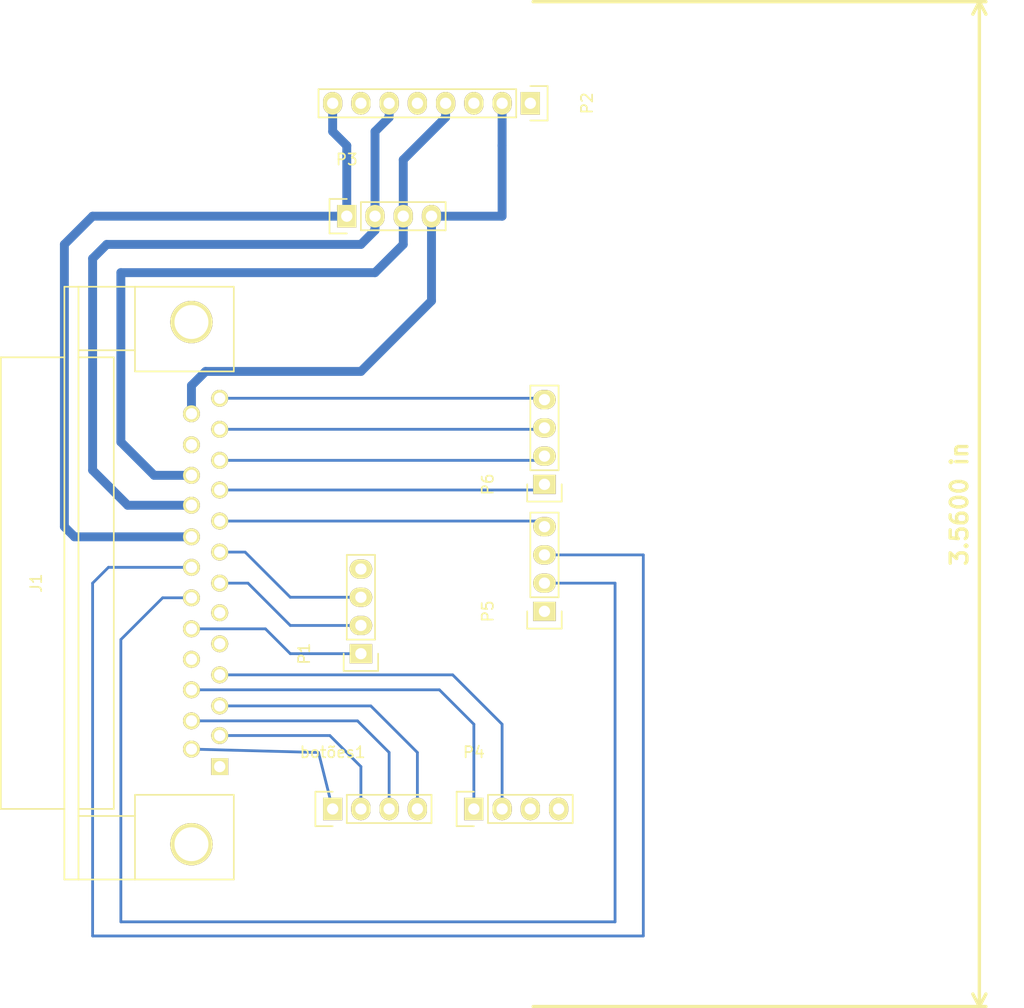
<source format=kicad_pcb>
(kicad_pcb (version 20171130) (host pcbnew 5.0.0-fee4fd1~66~ubuntu16.04.1)

  (general
    (thickness 1.6)
    (drawings 1)
    (tracks 83)
    (zones 0)
    (modules 8)
    (nets 34)
  )

  (page A4)
  (layers
    (0 F.Cu signal)
    (31 B.Cu signal)
    (32 B.Adhes user)
    (33 F.Adhes user)
    (34 B.Paste user)
    (35 F.Paste user)
    (36 B.SilkS user)
    (37 F.SilkS user)
    (38 B.Mask user)
    (39 F.Mask user)
    (40 Dwgs.User user)
    (41 Cmts.User user)
    (42 Eco1.User user)
    (43 Eco2.User user)
    (44 Edge.Cuts user)
    (45 Margin user)
    (46 B.CrtYd user)
    (47 F.CrtYd user)
    (48 B.Fab user)
    (49 F.Fab user)
  )

  (setup
    (last_trace_width 0.25)
    (user_trace_width 0.4)
    (user_trace_width 0.5)
    (user_trace_width 0.8)
    (trace_clearance 0.2)
    (zone_clearance 0.508)
    (zone_45_only no)
    (trace_min 0.2)
    (segment_width 0.2)
    (edge_width 0.15)
    (via_size 0.6)
    (via_drill 0.4)
    (via_min_size 0.4)
    (via_min_drill 0.3)
    (uvia_size 0.3)
    (uvia_drill 0.1)
    (uvias_allowed no)
    (uvia_min_size 0.2)
    (uvia_min_drill 0.1)
    (pcb_text_width 0.3)
    (pcb_text_size 1.5 1.5)
    (mod_edge_width 0.15)
    (mod_text_size 1 1)
    (mod_text_width 0.15)
    (pad_size 1.524 1.524)
    (pad_drill 0.762)
    (pad_to_mask_clearance 0.2)
    (aux_axis_origin 0 0)
    (visible_elements FFFFFF7F)
    (pcbplotparams
      (layerselection 0x00030_80000001)
      (usegerberextensions false)
      (usegerberattributes false)
      (usegerberadvancedattributes false)
      (creategerberjobfile false)
      (excludeedgelayer true)
      (linewidth 0.100000)
      (plotframeref false)
      (viasonmask false)
      (mode 1)
      (useauxorigin false)
      (hpglpennumber 1)
      (hpglpenspeed 20)
      (hpglpendiameter 15.000000)
      (psnegative false)
      (psa4output false)
      (plotreference true)
      (plotvalue true)
      (plotinvisibletext false)
      (padsonsilk false)
      (subtractmaskfromsilk false)
      (outputformat 1)
      (mirror false)
      (drillshape 1)
      (scaleselection 1)
      (outputdirectory ""))
  )

  (net 0 "")
  (net 1 "Net-(J1-Pad14)")
  (net 2 "Net-(J1-Pad2)")
  (net 3 "Net-(J1-Pad15)")
  (net 4 "Net-(J1-Pad3)")
  (net 5 "Net-(J1-Pad1)")
  (net 6 "Net-(J1-Pad4)")
  (net 7 "Net-(J1-Pad5)")
  (net 8 "Net-(J1-Pad6)")
  (net 9 "Net-(J1-Pad7)")
  (net 10 "Net-(J1-Pad8)")
  (net 11 "Net-(J1-Pad9)")
  (net 12 "Net-(J1-Pad10)")
  (net 13 "Net-(J1-Pad11)")
  (net 14 "Net-(J1-Pad12)")
  (net 15 "Net-(J1-Pad13)")
  (net 16 "Net-(J1-Pad16)")
  (net 17 "Net-(J1-Pad17)")
  (net 18 "Net-(J1-Pad18)")
  (net 19 "Net-(J1-Pad19)")
  (net 20 "Net-(J1-Pad20)")
  (net 21 "Net-(J1-Pad21)")
  (net 22 "Net-(J1-Pad22)")
  (net 23 "Net-(J1-Pad23)")
  (net 24 "Net-(J1-Pad24)")
  (net 25 "Net-(J1-Pad25)")
  (net 26 "Net-(P1-Pad4)")
  (net 27 "Net-(P2-Pad1)")
  (net 28 "Net-(P2-Pad3)")
  (net 29 "Net-(P2-Pad5)")
  (net 30 "Net-(P2-Pad7)")
  (net 31 "Net-(P4-Pad3)")
  (net 32 "Net-(P4-Pad4)")
  (net 33 "Net-(P5-Pad1)")

  (net_class Default "This is the default net class."
    (clearance 0.2)
    (trace_width 0.25)
    (via_dia 0.6)
    (via_drill 0.4)
    (uvia_dia 0.3)
    (uvia_drill 0.1)
    (add_net "Net-(J1-Pad1)")
    (add_net "Net-(J1-Pad10)")
    (add_net "Net-(J1-Pad11)")
    (add_net "Net-(J1-Pad12)")
    (add_net "Net-(J1-Pad13)")
    (add_net "Net-(J1-Pad14)")
    (add_net "Net-(J1-Pad15)")
    (add_net "Net-(J1-Pad16)")
    (add_net "Net-(J1-Pad17)")
    (add_net "Net-(J1-Pad18)")
    (add_net "Net-(J1-Pad19)")
    (add_net "Net-(J1-Pad2)")
    (add_net "Net-(J1-Pad20)")
    (add_net "Net-(J1-Pad21)")
    (add_net "Net-(J1-Pad22)")
    (add_net "Net-(J1-Pad23)")
    (add_net "Net-(J1-Pad24)")
    (add_net "Net-(J1-Pad25)")
    (add_net "Net-(J1-Pad3)")
    (add_net "Net-(J1-Pad4)")
    (add_net "Net-(J1-Pad5)")
    (add_net "Net-(J1-Pad6)")
    (add_net "Net-(J1-Pad7)")
    (add_net "Net-(J1-Pad8)")
    (add_net "Net-(J1-Pad9)")
    (add_net "Net-(P1-Pad4)")
    (add_net "Net-(P2-Pad1)")
    (add_net "Net-(P2-Pad3)")
    (add_net "Net-(P2-Pad5)")
    (add_net "Net-(P2-Pad7)")
    (add_net "Net-(P4-Pad3)")
    (add_net "Net-(P4-Pad4)")
    (add_net "Net-(P5-Pad1)")
  )

  (module Connect:DB25FC (layer F.Cu) (tedit 0) (tstamp 5A0E1885)
    (at 107.95 97.79 90)
    (descr "Connecteur DB25 femelle couche")
    (tags "CONN DB25")
    (path /59CF9F73)
    (fp_text reference J1 (at 0 -15.24 90) (layer F.SilkS)
      (effects (font (size 1 1) (thickness 0.15)))
    )
    (fp_text value DB25 (at 0 -6.35 90) (layer F.Fab)
      (effects (font (size 1 1) (thickness 0.15)))
    )
    (fp_line (start 26.67 -11.43) (end 26.67 2.54) (layer F.SilkS) (width 0.15))
    (fp_line (start 19.05 -6.35) (end 19.05 2.54) (layer F.SilkS) (width 0.15))
    (fp_line (start 20.955 -11.43) (end 20.955 -6.35) (layer F.SilkS) (width 0.15))
    (fp_line (start -20.955 -11.43) (end -20.955 -6.35) (layer F.SilkS) (width 0.15))
    (fp_line (start -19.05 -6.35) (end -19.05 2.54) (layer F.SilkS) (width 0.15))
    (fp_line (start -26.67 2.54) (end -26.67 -11.43) (layer F.SilkS) (width 0.15))
    (fp_line (start 26.67 -6.35) (end 19.05 -6.35) (layer F.SilkS) (width 0.15))
    (fp_line (start -26.67 -6.35) (end -19.05 -6.35) (layer F.SilkS) (width 0.15))
    (fp_line (start 20.32 -8.255) (end 20.32 -11.43) (layer F.SilkS) (width 0.15))
    (fp_line (start -20.32 -8.255) (end -20.32 -11.43) (layer F.SilkS) (width 0.15))
    (fp_line (start 20.32 -18.415) (end 20.32 -12.7) (layer F.SilkS) (width 0.15))
    (fp_line (start -20.32 -18.415) (end -20.32 -12.7) (layer F.SilkS) (width 0.15))
    (fp_line (start 26.67 -11.43) (end 26.67 -12.7) (layer F.SilkS) (width 0.15))
    (fp_line (start 26.67 -12.7) (end -26.67 -12.7) (layer F.SilkS) (width 0.15))
    (fp_line (start -26.67 -12.7) (end -26.67 -11.43) (layer F.SilkS) (width 0.15))
    (fp_line (start -26.67 -11.43) (end 26.67 -11.43) (layer F.SilkS) (width 0.15))
    (fp_line (start 19.05 2.54) (end 26.67 2.54) (layer F.SilkS) (width 0.15))
    (fp_line (start -20.32 -8.255) (end 20.32 -8.255) (layer F.SilkS) (width 0.15))
    (fp_line (start -20.32 -18.415) (end 20.32 -18.415) (layer F.SilkS) (width 0.15))
    (fp_line (start -26.67 2.54) (end -19.05 2.54) (layer F.SilkS) (width 0.15))
    (pad "" thru_hole circle (at 23.495 -1.27 90) (size 3.81 3.81) (drill 3.048) (layers *.Cu *.Mask F.SilkS))
    (pad "" thru_hole circle (at -23.495 -1.27 90) (size 3.81 3.81) (drill 3.048) (layers *.Cu *.Mask F.SilkS))
    (pad 1 thru_hole rect (at -16.51 1.27 90) (size 1.524 1.524) (drill 1.016) (layers *.Cu *.Mask F.SilkS)
      (net 5 "Net-(J1-Pad1)"))
    (pad 2 thru_hole circle (at -13.716 1.27 90) (size 1.524 1.524) (drill 1.016) (layers *.Cu *.Mask F.SilkS)
      (net 2 "Net-(J1-Pad2)"))
    (pad 3 thru_hole circle (at -11.049 1.27 90) (size 1.524 1.524) (drill 1.016) (layers *.Cu *.Mask F.SilkS)
      (net 4 "Net-(J1-Pad3)"))
    (pad 4 thru_hole circle (at -8.255 1.27 90) (size 1.524 1.524) (drill 1.016) (layers *.Cu *.Mask F.SilkS)
      (net 6 "Net-(J1-Pad4)"))
    (pad 5 thru_hole circle (at -5.461 1.27 90) (size 1.524 1.524) (drill 1.016) (layers *.Cu *.Mask F.SilkS)
      (net 7 "Net-(J1-Pad5)"))
    (pad 6 thru_hole circle (at -2.667 1.27 90) (size 1.524 1.524) (drill 1.016) (layers *.Cu *.Mask F.SilkS)
      (net 8 "Net-(J1-Pad6)"))
    (pad 7 thru_hole circle (at 0 1.27 90) (size 1.524 1.524) (drill 1.016) (layers *.Cu *.Mask F.SilkS)
      (net 9 "Net-(J1-Pad7)"))
    (pad 8 thru_hole circle (at 2.794 1.27 90) (size 1.524 1.524) (drill 1.016) (layers *.Cu *.Mask F.SilkS)
      (net 10 "Net-(J1-Pad8)"))
    (pad 9 thru_hole circle (at 5.588 1.27 90) (size 1.524 1.524) (drill 1.016) (layers *.Cu *.Mask F.SilkS)
      (net 11 "Net-(J1-Pad9)"))
    (pad 10 thru_hole circle (at 8.382 1.27 90) (size 1.524 1.524) (drill 1.016) (layers *.Cu *.Mask F.SilkS)
      (net 12 "Net-(J1-Pad10)"))
    (pad 11 thru_hole circle (at 11.049 1.27 90) (size 1.524 1.524) (drill 1.016) (layers *.Cu *.Mask F.SilkS)
      (net 13 "Net-(J1-Pad11)"))
    (pad 12 thru_hole circle (at 13.843 1.27 90) (size 1.524 1.524) (drill 1.016) (layers *.Cu *.Mask F.SilkS)
      (net 14 "Net-(J1-Pad12)"))
    (pad 13 thru_hole circle (at 16.637 1.27 90) (size 1.524 1.524) (drill 1.016) (layers *.Cu *.Mask F.SilkS)
      (net 15 "Net-(J1-Pad13)"))
    (pad 14 thru_hole circle (at -14.9352 -1.27 90) (size 1.524 1.524) (drill 1.016) (layers *.Cu *.Mask F.SilkS)
      (net 1 "Net-(J1-Pad14)"))
    (pad 15 thru_hole circle (at -12.3952 -1.27 90) (size 1.524 1.524) (drill 1.016) (layers *.Cu *.Mask F.SilkS)
      (net 3 "Net-(J1-Pad15)"))
    (pad 16 thru_hole circle (at -9.6012 -1.27 90) (size 1.524 1.524) (drill 1.016) (layers *.Cu *.Mask F.SilkS)
      (net 16 "Net-(J1-Pad16)"))
    (pad 17 thru_hole circle (at -6.858 -1.27 90) (size 1.524 1.524) (drill 1.016) (layers *.Cu *.Mask F.SilkS)
      (net 17 "Net-(J1-Pad17)"))
    (pad 18 thru_hole circle (at -4.1148 -1.27 90) (size 1.524 1.524) (drill 1.016) (layers *.Cu *.Mask F.SilkS)
      (net 18 "Net-(J1-Pad18)"))
    (pad 19 thru_hole circle (at -1.3208 -1.27 90) (size 1.524 1.524) (drill 1.016) (layers *.Cu *.Mask F.SilkS)
      (net 19 "Net-(J1-Pad19)"))
    (pad 20 thru_hole circle (at 1.4224 -1.27 90) (size 1.524 1.524) (drill 1.016) (layers *.Cu *.Mask F.SilkS)
      (net 20 "Net-(J1-Pad20)"))
    (pad 21 thru_hole circle (at 4.1656 -1.27 90) (size 1.524 1.524) (drill 1.016) (layers *.Cu *.Mask F.SilkS)
      (net 21 "Net-(J1-Pad21)"))
    (pad 22 thru_hole circle (at 7.0104 -1.27 90) (size 1.524 1.524) (drill 1.016) (layers *.Cu *.Mask F.SilkS)
      (net 22 "Net-(J1-Pad22)"))
    (pad 23 thru_hole circle (at 9.7028 -1.27 90) (size 1.524 1.524) (drill 1.016) (layers *.Cu *.Mask F.SilkS)
      (net 23 "Net-(J1-Pad23)"))
    (pad 24 thru_hole circle (at 12.446 -1.27 90) (size 1.524 1.524) (drill 1.016) (layers *.Cu *.Mask F.SilkS)
      (net 24 "Net-(J1-Pad24)"))
    (pad 25 thru_hole circle (at 15.24 -1.27 90) (size 1.524 1.524) (drill 1.016) (layers *.Cu *.Mask F.SilkS)
      (net 25 "Net-(J1-Pad25)"))
    (model Connect.3dshapes/DB25FC.wrl
      (at (xyz 0 0 0))
      (scale (xyz 1 1 1))
      (rotate (xyz 0 0 0))
    )
  )

  (module Socket_Strips:Socket_Strip_Straight_1x04 (layer F.Cu) (tedit 0) (tstamp 5A0E1852)
    (at 119.38 118.11)
    (descr "Through hole socket strip")
    (tags "socket strip")
    (path /5A0E1311)
    (fp_text reference botões1 (at 0 -5.1) (layer F.SilkS)
      (effects (font (size 1 1) (thickness 0.15)))
    )
    (fp_text value CONN_01X04 (at 0 -3.1) (layer F.Fab)
      (effects (font (size 1 1) (thickness 0.15)))
    )
    (fp_line (start -1.75 -1.75) (end -1.75 1.75) (layer F.CrtYd) (width 0.05))
    (fp_line (start 9.4 -1.75) (end 9.4 1.75) (layer F.CrtYd) (width 0.05))
    (fp_line (start -1.75 -1.75) (end 9.4 -1.75) (layer F.CrtYd) (width 0.05))
    (fp_line (start -1.75 1.75) (end 9.4 1.75) (layer F.CrtYd) (width 0.05))
    (fp_line (start 1.27 -1.27) (end 8.89 -1.27) (layer F.SilkS) (width 0.15))
    (fp_line (start 1.27 1.27) (end 8.89 1.27) (layer F.SilkS) (width 0.15))
    (fp_line (start -1.55 1.55) (end 0 1.55) (layer F.SilkS) (width 0.15))
    (fp_line (start 8.89 -1.27) (end 8.89 1.27) (layer F.SilkS) (width 0.15))
    (fp_line (start 1.27 1.27) (end 1.27 -1.27) (layer F.SilkS) (width 0.15))
    (fp_line (start 0 -1.55) (end -1.55 -1.55) (layer F.SilkS) (width 0.15))
    (fp_line (start -1.55 -1.55) (end -1.55 1.55) (layer F.SilkS) (width 0.15))
    (pad 1 thru_hole rect (at 0 0) (size 1.7272 2.032) (drill 1.016) (layers *.Cu *.Mask F.SilkS)
      (net 1 "Net-(J1-Pad14)"))
    (pad 2 thru_hole oval (at 2.54 0) (size 1.7272 2.032) (drill 1.016) (layers *.Cu *.Mask F.SilkS)
      (net 2 "Net-(J1-Pad2)"))
    (pad 3 thru_hole oval (at 5.08 0) (size 1.7272 2.032) (drill 1.016) (layers *.Cu *.Mask F.SilkS)
      (net 3 "Net-(J1-Pad15)"))
    (pad 4 thru_hole oval (at 7.62 0) (size 1.7272 2.032) (drill 1.016) (layers *.Cu *.Mask F.SilkS)
      (net 4 "Net-(J1-Pad3)"))
    (model Socket_Strips.3dshapes/Socket_Strip_Straight_1x04.wrl
      (offset (xyz 3.809999942779541 0 0))
      (scale (xyz 1 1 1))
      (rotate (xyz 0 0 180))
    )
  )

  (module Socket_Strips:Socket_Strip_Straight_1x04 (layer F.Cu) (tedit 0) (tstamp 5A0E1898)
    (at 121.92 104.14 90)
    (descr "Through hole socket strip")
    (tags "socket strip")
    (path /5A0E158A)
    (fp_text reference P1 (at 0 -5.1 90) (layer F.SilkS)
      (effects (font (size 1 1) (thickness 0.15)))
    )
    (fp_text value CONN_01X04 (at 0 -3.1 90) (layer F.Fab)
      (effects (font (size 1 1) (thickness 0.15)))
    )
    (fp_line (start -1.75 -1.75) (end -1.75 1.75) (layer F.CrtYd) (width 0.05))
    (fp_line (start 9.4 -1.75) (end 9.4 1.75) (layer F.CrtYd) (width 0.05))
    (fp_line (start -1.75 -1.75) (end 9.4 -1.75) (layer F.CrtYd) (width 0.05))
    (fp_line (start -1.75 1.75) (end 9.4 1.75) (layer F.CrtYd) (width 0.05))
    (fp_line (start 1.27 -1.27) (end 8.89 -1.27) (layer F.SilkS) (width 0.15))
    (fp_line (start 1.27 1.27) (end 8.89 1.27) (layer F.SilkS) (width 0.15))
    (fp_line (start -1.55 1.55) (end 0 1.55) (layer F.SilkS) (width 0.15))
    (fp_line (start 8.89 -1.27) (end 8.89 1.27) (layer F.SilkS) (width 0.15))
    (fp_line (start 1.27 1.27) (end 1.27 -1.27) (layer F.SilkS) (width 0.15))
    (fp_line (start 0 -1.55) (end -1.55 -1.55) (layer F.SilkS) (width 0.15))
    (fp_line (start -1.55 -1.55) (end -1.55 1.55) (layer F.SilkS) (width 0.15))
    (pad 1 thru_hole rect (at 0 0 90) (size 1.7272 2.032) (drill 1.016) (layers *.Cu *.Mask F.SilkS)
      (net 18 "Net-(J1-Pad18)"))
    (pad 2 thru_hole oval (at 2.54 0 90) (size 1.7272 2.032) (drill 1.016) (layers *.Cu *.Mask F.SilkS)
      (net 9 "Net-(J1-Pad7)"))
    (pad 3 thru_hole oval (at 5.08 0 90) (size 1.7272 2.032) (drill 1.016) (layers *.Cu *.Mask F.SilkS)
      (net 10 "Net-(J1-Pad8)"))
    (pad 4 thru_hole oval (at 7.62 0 90) (size 1.7272 2.032) (drill 1.016) (layers *.Cu *.Mask F.SilkS)
      (net 26 "Net-(P1-Pad4)"))
    (model Socket_Strips.3dshapes/Socket_Strip_Straight_1x04.wrl
      (offset (xyz 3.809999942779541 0 0))
      (scale (xyz 1 1 1))
      (rotate (xyz 0 0 180))
    )
  )

  (module Pin_Headers:Pin_Header_Straight_1x08 (layer F.Cu) (tedit 0) (tstamp 5A0E18AF)
    (at 137.16 54.61 270)
    (descr "Through hole pin header")
    (tags "pin header")
    (path /5A0E16AD)
    (fp_text reference P2 (at 0 -5.1 270) (layer F.SilkS)
      (effects (font (size 1 1) (thickness 0.15)))
    )
    (fp_text value CONN_01X08 (at 0 -3.1 270) (layer F.Fab)
      (effects (font (size 1 1) (thickness 0.15)))
    )
    (fp_line (start -1.75 -1.75) (end -1.75 19.55) (layer F.CrtYd) (width 0.05))
    (fp_line (start 1.75 -1.75) (end 1.75 19.55) (layer F.CrtYd) (width 0.05))
    (fp_line (start -1.75 -1.75) (end 1.75 -1.75) (layer F.CrtYd) (width 0.05))
    (fp_line (start -1.75 19.55) (end 1.75 19.55) (layer F.CrtYd) (width 0.05))
    (fp_line (start 1.27 1.27) (end 1.27 19.05) (layer F.SilkS) (width 0.15))
    (fp_line (start 1.27 19.05) (end -1.27 19.05) (layer F.SilkS) (width 0.15))
    (fp_line (start -1.27 19.05) (end -1.27 1.27) (layer F.SilkS) (width 0.15))
    (fp_line (start 1.55 -1.55) (end 1.55 0) (layer F.SilkS) (width 0.15))
    (fp_line (start 1.27 1.27) (end -1.27 1.27) (layer F.SilkS) (width 0.15))
    (fp_line (start -1.55 0) (end -1.55 -1.55) (layer F.SilkS) (width 0.15))
    (fp_line (start -1.55 -1.55) (end 1.55 -1.55) (layer F.SilkS) (width 0.15))
    (pad 1 thru_hole rect (at 0 0 270) (size 2.032 1.7272) (drill 1.016) (layers *.Cu *.Mask F.SilkS)
      (net 27 "Net-(P2-Pad1)"))
    (pad 2 thru_hole oval (at 0 2.54 270) (size 2.032 1.7272) (drill 1.016) (layers *.Cu *.Mask F.SilkS)
      (net 25 "Net-(J1-Pad25)"))
    (pad 3 thru_hole oval (at 0 5.08 270) (size 2.032 1.7272) (drill 1.016) (layers *.Cu *.Mask F.SilkS)
      (net 28 "Net-(P2-Pad3)"))
    (pad 4 thru_hole oval (at 0 7.62 270) (size 2.032 1.7272) (drill 1.016) (layers *.Cu *.Mask F.SilkS)
      (net 23 "Net-(J1-Pad23)"))
    (pad 5 thru_hole oval (at 0 10.16 270) (size 2.032 1.7272) (drill 1.016) (layers *.Cu *.Mask F.SilkS)
      (net 29 "Net-(P2-Pad5)"))
    (pad 6 thru_hole oval (at 0 12.7 270) (size 2.032 1.7272) (drill 1.016) (layers *.Cu *.Mask F.SilkS)
      (net 22 "Net-(J1-Pad22)"))
    (pad 7 thru_hole oval (at 0 15.24 270) (size 2.032 1.7272) (drill 1.016) (layers *.Cu *.Mask F.SilkS)
      (net 30 "Net-(P2-Pad7)"))
    (pad 8 thru_hole oval (at 0 17.78 270) (size 2.032 1.7272) (drill 1.016) (layers *.Cu *.Mask F.SilkS)
      (net 21 "Net-(J1-Pad21)"))
    (model Pin_Headers.3dshapes/Pin_Header_Straight_1x08.wrl
      (offset (xyz 0 -8.889999866485596 0))
      (scale (xyz 1 1 1))
      (rotate (xyz 0 0 90))
    )
  )

  (module Socket_Strips:Socket_Strip_Straight_1x04 (layer F.Cu) (tedit 0) (tstamp 5A0E18C2)
    (at 120.65 64.77)
    (descr "Through hole socket strip")
    (tags "socket strip")
    (path /5A0E1688)
    (fp_text reference P3 (at 0 -5.1) (layer F.SilkS)
      (effects (font (size 1 1) (thickness 0.15)))
    )
    (fp_text value CONN_01X04 (at 0 -3.1) (layer F.Fab)
      (effects (font (size 1 1) (thickness 0.15)))
    )
    (fp_line (start -1.75 -1.75) (end -1.75 1.75) (layer F.CrtYd) (width 0.05))
    (fp_line (start 9.4 -1.75) (end 9.4 1.75) (layer F.CrtYd) (width 0.05))
    (fp_line (start -1.75 -1.75) (end 9.4 -1.75) (layer F.CrtYd) (width 0.05))
    (fp_line (start -1.75 1.75) (end 9.4 1.75) (layer F.CrtYd) (width 0.05))
    (fp_line (start 1.27 -1.27) (end 8.89 -1.27) (layer F.SilkS) (width 0.15))
    (fp_line (start 1.27 1.27) (end 8.89 1.27) (layer F.SilkS) (width 0.15))
    (fp_line (start -1.55 1.55) (end 0 1.55) (layer F.SilkS) (width 0.15))
    (fp_line (start 8.89 -1.27) (end 8.89 1.27) (layer F.SilkS) (width 0.15))
    (fp_line (start 1.27 1.27) (end 1.27 -1.27) (layer F.SilkS) (width 0.15))
    (fp_line (start 0 -1.55) (end -1.55 -1.55) (layer F.SilkS) (width 0.15))
    (fp_line (start -1.55 -1.55) (end -1.55 1.55) (layer F.SilkS) (width 0.15))
    (pad 1 thru_hole rect (at 0 0) (size 1.7272 2.032) (drill 1.016) (layers *.Cu *.Mask F.SilkS)
      (net 21 "Net-(J1-Pad21)"))
    (pad 2 thru_hole oval (at 2.54 0) (size 1.7272 2.032) (drill 1.016) (layers *.Cu *.Mask F.SilkS)
      (net 22 "Net-(J1-Pad22)"))
    (pad 3 thru_hole oval (at 5.08 0) (size 1.7272 2.032) (drill 1.016) (layers *.Cu *.Mask F.SilkS)
      (net 23 "Net-(J1-Pad23)"))
    (pad 4 thru_hole oval (at 7.62 0) (size 1.7272 2.032) (drill 1.016) (layers *.Cu *.Mask F.SilkS)
      (net 25 "Net-(J1-Pad25)"))
    (model Socket_Strips.3dshapes/Socket_Strip_Straight_1x04.wrl
      (offset (xyz 3.809999942779541 0 0))
      (scale (xyz 1 1 1))
      (rotate (xyz 0 0 180))
    )
  )

  (module Socket_Strips:Socket_Strip_Straight_1x04 (layer F.Cu) (tedit 0) (tstamp 5A0E18D5)
    (at 132.08 118.11)
    (descr "Through hole socket strip")
    (tags "socket strip")
    (path /5A0E15A9)
    (fp_text reference P4 (at 0 -5.1) (layer F.SilkS)
      (effects (font (size 1 1) (thickness 0.15)))
    )
    (fp_text value CONN_01X04 (at 0 -3.1) (layer F.Fab)
      (effects (font (size 1 1) (thickness 0.15)))
    )
    (fp_line (start -1.75 -1.75) (end -1.75 1.75) (layer F.CrtYd) (width 0.05))
    (fp_line (start 9.4 -1.75) (end 9.4 1.75) (layer F.CrtYd) (width 0.05))
    (fp_line (start -1.75 -1.75) (end 9.4 -1.75) (layer F.CrtYd) (width 0.05))
    (fp_line (start -1.75 1.75) (end 9.4 1.75) (layer F.CrtYd) (width 0.05))
    (fp_line (start 1.27 -1.27) (end 8.89 -1.27) (layer F.SilkS) (width 0.15))
    (fp_line (start 1.27 1.27) (end 8.89 1.27) (layer F.SilkS) (width 0.15))
    (fp_line (start -1.55 1.55) (end 0 1.55) (layer F.SilkS) (width 0.15))
    (fp_line (start 8.89 -1.27) (end 8.89 1.27) (layer F.SilkS) (width 0.15))
    (fp_line (start 1.27 1.27) (end 1.27 -1.27) (layer F.SilkS) (width 0.15))
    (fp_line (start 0 -1.55) (end -1.55 -1.55) (layer F.SilkS) (width 0.15))
    (fp_line (start -1.55 -1.55) (end -1.55 1.55) (layer F.SilkS) (width 0.15))
    (pad 1 thru_hole rect (at 0 0) (size 1.7272 2.032) (drill 1.016) (layers *.Cu *.Mask F.SilkS)
      (net 16 "Net-(J1-Pad16)"))
    (pad 2 thru_hole oval (at 2.54 0) (size 1.7272 2.032) (drill 1.016) (layers *.Cu *.Mask F.SilkS)
      (net 6 "Net-(J1-Pad4)"))
    (pad 3 thru_hole oval (at 5.08 0) (size 1.7272 2.032) (drill 1.016) (layers *.Cu *.Mask F.SilkS)
      (net 31 "Net-(P4-Pad3)"))
    (pad 4 thru_hole oval (at 7.62 0) (size 1.7272 2.032) (drill 1.016) (layers *.Cu *.Mask F.SilkS)
      (net 32 "Net-(P4-Pad4)"))
    (model Socket_Strips.3dshapes/Socket_Strip_Straight_1x04.wrl
      (offset (xyz 3.809999942779541 0 0))
      (scale (xyz 1 1 1))
      (rotate (xyz 0 0 180))
    )
  )

  (module Socket_Strips:Socket_Strip_Straight_1x04 (layer F.Cu) (tedit 0) (tstamp 5A0E18E8)
    (at 138.43 100.33 90)
    (descr "Through hole socket strip")
    (tags "socket strip")
    (path /5A0E15D4)
    (fp_text reference P5 (at 0 -5.1 90) (layer F.SilkS)
      (effects (font (size 1 1) (thickness 0.15)))
    )
    (fp_text value CONN_01X04 (at 0 -3.1 90) (layer F.Fab)
      (effects (font (size 1 1) (thickness 0.15)))
    )
    (fp_line (start -1.75 -1.75) (end -1.75 1.75) (layer F.CrtYd) (width 0.05))
    (fp_line (start 9.4 -1.75) (end 9.4 1.75) (layer F.CrtYd) (width 0.05))
    (fp_line (start -1.75 -1.75) (end 9.4 -1.75) (layer F.CrtYd) (width 0.05))
    (fp_line (start -1.75 1.75) (end 9.4 1.75) (layer F.CrtYd) (width 0.05))
    (fp_line (start 1.27 -1.27) (end 8.89 -1.27) (layer F.SilkS) (width 0.15))
    (fp_line (start 1.27 1.27) (end 8.89 1.27) (layer F.SilkS) (width 0.15))
    (fp_line (start -1.55 1.55) (end 0 1.55) (layer F.SilkS) (width 0.15))
    (fp_line (start 8.89 -1.27) (end 8.89 1.27) (layer F.SilkS) (width 0.15))
    (fp_line (start 1.27 1.27) (end 1.27 -1.27) (layer F.SilkS) (width 0.15))
    (fp_line (start 0 -1.55) (end -1.55 -1.55) (layer F.SilkS) (width 0.15))
    (fp_line (start -1.55 -1.55) (end -1.55 1.55) (layer F.SilkS) (width 0.15))
    (pad 1 thru_hole rect (at 0 0 90) (size 1.7272 2.032) (drill 1.016) (layers *.Cu *.Mask F.SilkS)
      (net 33 "Net-(P5-Pad1)"))
    (pad 2 thru_hole oval (at 2.54 0 90) (size 1.7272 2.032) (drill 1.016) (layers *.Cu *.Mask F.SilkS)
      (net 19 "Net-(J1-Pad19)"))
    (pad 3 thru_hole oval (at 5.08 0 90) (size 1.7272 2.032) (drill 1.016) (layers *.Cu *.Mask F.SilkS)
      (net 20 "Net-(J1-Pad20)"))
    (pad 4 thru_hole oval (at 7.62 0 90) (size 1.7272 2.032) (drill 1.016) (layers *.Cu *.Mask F.SilkS)
      (net 11 "Net-(J1-Pad9)"))
    (model Socket_Strips.3dshapes/Socket_Strip_Straight_1x04.wrl
      (offset (xyz 3.809999942779541 0 0))
      (scale (xyz 1 1 1))
      (rotate (xyz 0 0 180))
    )
  )

  (module Socket_Strips:Socket_Strip_Straight_1x04 (layer F.Cu) (tedit 0) (tstamp 5A0E18FB)
    (at 138.43 88.9 90)
    (descr "Through hole socket strip")
    (tags "socket strip")
    (path /5A0E15FD)
    (fp_text reference P6 (at 0 -5.1 90) (layer F.SilkS)
      (effects (font (size 1 1) (thickness 0.15)))
    )
    (fp_text value CONN_01X04 (at 0 -3.1 90) (layer F.Fab)
      (effects (font (size 1 1) (thickness 0.15)))
    )
    (fp_line (start -1.75 -1.75) (end -1.75 1.75) (layer F.CrtYd) (width 0.05))
    (fp_line (start 9.4 -1.75) (end 9.4 1.75) (layer F.CrtYd) (width 0.05))
    (fp_line (start -1.75 -1.75) (end 9.4 -1.75) (layer F.CrtYd) (width 0.05))
    (fp_line (start -1.75 1.75) (end 9.4 1.75) (layer F.CrtYd) (width 0.05))
    (fp_line (start 1.27 -1.27) (end 8.89 -1.27) (layer F.SilkS) (width 0.15))
    (fp_line (start 1.27 1.27) (end 8.89 1.27) (layer F.SilkS) (width 0.15))
    (fp_line (start -1.55 1.55) (end 0 1.55) (layer F.SilkS) (width 0.15))
    (fp_line (start 8.89 -1.27) (end 8.89 1.27) (layer F.SilkS) (width 0.15))
    (fp_line (start 1.27 1.27) (end 1.27 -1.27) (layer F.SilkS) (width 0.15))
    (fp_line (start 0 -1.55) (end -1.55 -1.55) (layer F.SilkS) (width 0.15))
    (fp_line (start -1.55 -1.55) (end -1.55 1.55) (layer F.SilkS) (width 0.15))
    (pad 1 thru_hole rect (at 0 0 90) (size 1.7272 2.032) (drill 1.016) (layers *.Cu *.Mask F.SilkS)
      (net 12 "Net-(J1-Pad10)"))
    (pad 2 thru_hole oval (at 2.54 0 90) (size 1.7272 2.032) (drill 1.016) (layers *.Cu *.Mask F.SilkS)
      (net 13 "Net-(J1-Pad11)"))
    (pad 3 thru_hole oval (at 5.08 0 90) (size 1.7272 2.032) (drill 1.016) (layers *.Cu *.Mask F.SilkS)
      (net 14 "Net-(J1-Pad12)"))
    (pad 4 thru_hole oval (at 7.62 0 90) (size 1.7272 2.032) (drill 1.016) (layers *.Cu *.Mask F.SilkS)
      (net 15 "Net-(J1-Pad13)"))
    (model Socket_Strips.3dshapes/Socket_Strip_Straight_1x04.wrl
      (offset (xyz 3.809999942779541 0 0))
      (scale (xyz 1 1 1))
      (rotate (xyz 0 0 180))
    )
  )

  (dimension 90.424 (width 0.3) (layer F.SilkS)
    (gr_text "90,424 mm" (at 179.646 90.678 270) (layer F.SilkS)
      (effects (font (size 1.5 1.5) (thickness 0.3)))
    )
    (feature1 (pts (xy 137.414 135.89) (xy 178.132421 135.89)))
    (feature2 (pts (xy 137.414 45.466) (xy 178.132421 45.466)))
    (crossbar (pts (xy 177.546 45.466) (xy 177.546 135.89)))
    (arrow1a (pts (xy 177.546 135.89) (xy 176.959579 134.763496)))
    (arrow1b (pts (xy 177.546 135.89) (xy 178.132421 134.763496)))
    (arrow2a (pts (xy 177.546 45.466) (xy 176.959579 46.592504)))
    (arrow2b (pts (xy 177.546 45.466) (xy 178.132421 46.592504)))
  )

  (segment (start 106.68 112.7252) (end 118.11 113.03) (width 0.25) (layer B.Cu) (net 1))
  (segment (start 118.11 113.03) (end 119.38 118.11) (width 0.25) (layer B.Cu) (net 1) (tstamp 5A0E1D77))
  (segment (start 121.92 118.11) (end 121.92 114.3) (width 0.25) (layer B.Cu) (net 2))
  (segment (start 119.126 111.506) (end 109.22 111.506) (width 0.25) (layer B.Cu) (net 2) (tstamp 5A0E1D8F))
  (segment (start 121.92 114.3) (end 119.126 111.506) (width 0.25) (layer B.Cu) (net 2) (tstamp 5A0E1D8D))
  (segment (start 106.68 110.1852) (end 121.6152 110.1852) (width 0.25) (layer B.Cu) (net 3))
  (segment (start 124.46 113.03) (end 124.46 118.11) (width 0.25) (layer B.Cu) (net 3) (tstamp 5A0E1D83))
  (segment (start 121.6152 110.1852) (end 124.46 113.03) (width 0.25) (layer B.Cu) (net 3) (tstamp 5A0E1D81))
  (segment (start 109.22 108.839) (end 122.809 108.839) (width 0.25) (layer B.Cu) (net 4))
  (segment (start 127 113.03) (end 127 118.11) (width 0.25) (layer B.Cu) (net 4) (tstamp 5A0E1D89))
  (segment (start 122.809 108.839) (end 127 113.03) (width 0.25) (layer B.Cu) (net 4) (tstamp 5A0E1D87))
  (segment (start 109.22 106.045) (end 130.175 106.045) (width 0.25) (layer B.Cu) (net 6))
  (segment (start 134.62 110.49) (end 134.62 118.11) (width 0.25) (layer B.Cu) (net 6) (tstamp 5A0E1DE9))
  (segment (start 130.175 106.045) (end 134.62 110.49) (width 0.25) (layer B.Cu) (net 6) (tstamp 5A0E1DE7))
  (segment (start 109.22 97.79) (end 111.76 97.79) (width 0.25) (layer B.Cu) (net 9))
  (segment (start 115.57 101.6) (end 121.92 101.6) (width 0.25) (layer B.Cu) (net 9) (tstamp 5A0E1EC1))
  (segment (start 111.76 97.79) (end 115.57 101.6) (width 0.25) (layer B.Cu) (net 9) (tstamp 5A0E1EBF))
  (segment (start 109.22 94.996) (end 111.506 94.996) (width 0.25) (layer B.Cu) (net 10))
  (segment (start 115.57 99.06) (end 121.92 99.06) (width 0.25) (layer B.Cu) (net 10) (tstamp 5A0E1EC7))
  (segment (start 111.506 94.996) (end 115.57 99.06) (width 0.25) (layer B.Cu) (net 10) (tstamp 5A0E1EC5))
  (segment (start 109.22 92.202) (end 137.922 92.202) (width 0.25) (layer B.Cu) (net 11))
  (segment (start 137.922 92.202) (end 138.43 92.71) (width 0.25) (layer B.Cu) (net 11) (tstamp 5A0E1EB6))
  (segment (start 109.22 89.408) (end 137.922 89.408) (width 0.25) (layer B.Cu) (net 12))
  (segment (start 137.922 89.408) (end 138.43 88.9) (width 0.25) (layer B.Cu) (net 12) (tstamp 5A0E1D50))
  (segment (start 109.22 86.741) (end 138.049 86.741) (width 0.25) (layer B.Cu) (net 13))
  (segment (start 138.049 86.741) (end 138.43 86.36) (width 0.25) (layer B.Cu) (net 13) (tstamp 5A0E1D4D))
  (segment (start 109.22 83.947) (end 138.303 83.947) (width 0.25) (layer B.Cu) (net 14))
  (segment (start 138.303 83.947) (end 138.43 83.82) (width 0.25) (layer B.Cu) (net 14) (tstamp 5A0E1D42))
  (segment (start 109.22 81.153) (end 138.303 81.153) (width 0.25) (layer B.Cu) (net 15))
  (segment (start 138.303 81.153) (end 138.43 81.28) (width 0.25) (layer B.Cu) (net 15) (tstamp 5A0E1D3F))
  (segment (start 106.68 107.3912) (end 128.9812 107.3912) (width 0.25) (layer B.Cu) (net 16))
  (segment (start 132.08 110.49) (end 132.08 118.11) (width 0.25) (layer B.Cu) (net 16) (tstamp 5A0E1DEE))
  (segment (start 128.9812 107.3912) (end 132.08 110.49) (width 0.25) (layer B.Cu) (net 16) (tstamp 5A0E1DED))
  (segment (start 106.68 101.9048) (end 113.3348 101.9048) (width 0.25) (layer B.Cu) (net 18))
  (segment (start 115.57 104.14) (end 121.92 104.14) (width 0.25) (layer B.Cu) (net 18) (tstamp 5A0E1EBB))
  (segment (start 113.3348 101.9048) (end 115.57 104.14) (width 0.25) (layer B.Cu) (net 18) (tstamp 5A0E1EB9))
  (segment (start 106.68 99.1108) (end 104.0892 99.1108) (width 0.25) (layer B.Cu) (net 19))
  (segment (start 144.78 97.79) (end 138.43 97.79) (width 0.25) (layer B.Cu) (net 19) (tstamp 5A0E1ED1))
  (segment (start 144.78 128.27) (end 144.78 97.79) (width 0.25) (layer B.Cu) (net 19) (tstamp 5A0E1ED0))
  (segment (start 100.33 128.27) (end 144.78 128.27) (width 0.25) (layer B.Cu) (net 19) (tstamp 5A0E1ECF))
  (segment (start 100.33 102.87) (end 100.33 128.27) (width 0.25) (layer B.Cu) (net 19) (tstamp 5A0E1ECD))
  (segment (start 104.0892 99.1108) (end 100.33 102.87) (width 0.25) (layer B.Cu) (net 19) (tstamp 5A0E1ECB))
  (segment (start 106.68 96.3676) (end 99.2124 96.3676) (width 0.25) (layer B.Cu) (net 20))
  (segment (start 147.32 95.25) (end 138.43 95.25) (width 0.25) (layer B.Cu) (net 20) (tstamp 5A0E1EDB))
  (segment (start 147.32 129.54) (end 147.32 95.25) (width 0.25) (layer B.Cu) (net 20) (tstamp 5A0E1EDA))
  (segment (start 97.79 129.54) (end 147.32 129.54) (width 0.25) (layer B.Cu) (net 20) (tstamp 5A0E1ED8))
  (segment (start 97.79 97.79) (end 97.79 129.54) (width 0.25) (layer B.Cu) (net 20) (tstamp 5A0E1ED6))
  (segment (start 99.2124 96.3676) (end 97.79 97.79) (width 0.25) (layer B.Cu) (net 20) (tstamp 5A0E1ED4))
  (segment (start 120.65 64.77) (end 120.65 58.42) (width 0.8) (layer B.Cu) (net 21) (status 400000))
  (segment (start 119.38 57.15) (end 119.38 54.61) (width 0.8) (layer B.Cu) (net 21) (tstamp 5A0F6E61) (status 800000))
  (segment (start 120.65 58.42) (end 119.38 57.15) (width 0.8) (layer B.Cu) (net 21) (tstamp 5A0F6E60))
  (segment (start 120.65 64.77) (end 97.79 64.77) (width 0.8) (layer B.Cu) (net 21) (status 400000))
  (segment (start 96.1644 93.6244) (end 106.68 93.6244) (width 0.8) (layer B.Cu) (net 21) (tstamp 5A0F6E58) (status 800000))
  (segment (start 95.25 92.71) (end 96.1644 93.6244) (width 0.8) (layer B.Cu) (net 21) (tstamp 5A0F6E55))
  (segment (start 95.25 67.31) (end 95.25 92.71) (width 0.8) (layer B.Cu) (net 21) (tstamp 5A0F6E54))
  (segment (start 97.79 64.77) (end 95.25 67.31) (width 0.8) (layer B.Cu) (net 21) (tstamp 5A0F6E53))
  (segment (start 123.19 64.77) (end 123.19 57.15) (width 0.8) (layer B.Cu) (net 22) (status 400000))
  (segment (start 124.46 55.88) (end 124.46 54.61) (width 0.8) (layer B.Cu) (net 22) (tstamp 5A0F6E69) (status 800000))
  (segment (start 123.19 57.15) (end 124.46 55.88) (width 0.8) (layer B.Cu) (net 22) (tstamp 5A0F6E68))
  (segment (start 123.19 64.77) (end 123.19 66.04) (width 0.8) (layer B.Cu) (net 22) (status 400000))
  (segment (start 100.9396 90.7796) (end 106.68 90.7796) (width 0.8) (layer B.Cu) (net 22) (tstamp 5A0F6E4A) (status 800000))
  (segment (start 97.79 87.63) (end 100.9396 90.7796) (width 0.8) (layer B.Cu) (net 22) (tstamp 5A0F6E48))
  (segment (start 97.79 68.58) (end 97.79 87.63) (width 0.8) (layer B.Cu) (net 22) (tstamp 5A0F6E46))
  (segment (start 99.06 67.31) (end 97.79 68.58) (width 0.8) (layer B.Cu) (net 22) (tstamp 5A0F6E45))
  (segment (start 121.92 67.31) (end 99.06 67.31) (width 0.8) (layer B.Cu) (net 22) (tstamp 5A0F6E43))
  (segment (start 123.19 66.04) (end 121.92 67.31) (width 0.8) (layer B.Cu) (net 22) (tstamp 5A0F6E3C))
  (segment (start 125.73 64.77) (end 125.73 59.69) (width 0.8) (layer B.Cu) (net 23) (status 400000))
  (segment (start 129.54 55.88) (end 129.54 54.61) (width 0.8) (layer B.Cu) (net 23) (tstamp 5A0F6E72) (status 800000))
  (segment (start 125.73 59.69) (end 129.54 55.88) (width 0.8) (layer B.Cu) (net 23) (tstamp 5A0F6E71))
  (segment (start 125.73 64.77) (end 125.73 67.31) (width 0.8) (layer B.Cu) (net 23) (status 400000))
  (segment (start 103.3272 88.0872) (end 106.68 88.0872) (width 0.8) (layer B.Cu) (net 23) (tstamp 5A0F6E2B) (status 800000))
  (segment (start 100.33 85.09) (end 103.3272 88.0872) (width 0.8) (layer B.Cu) (net 23) (tstamp 5A0F6E2A))
  (segment (start 100.33 69.85) (end 100.33 85.09) (width 0.8) (layer B.Cu) (net 23) (tstamp 5A0F6E29))
  (segment (start 123.19 69.85) (end 100.33 69.85) (width 0.8) (layer B.Cu) (net 23) (tstamp 5A0F6E28))
  (segment (start 125.73 67.31) (end 123.19 69.85) (width 0.8) (layer B.Cu) (net 23) (tstamp 5A0F6E27))
  (segment (start 128.27 64.77) (end 128.27 72.39) (width 0.8) (layer B.Cu) (net 25) (status 400000))
  (segment (start 106.68 80.01) (end 106.68 82.55) (width 0.8) (layer B.Cu) (net 25) (tstamp 5A0F6E1A) (status 800000))
  (segment (start 107.95 78.74) (end 106.68 80.01) (width 0.8) (layer B.Cu) (net 25) (tstamp 5A0F6E19))
  (segment (start 121.92 78.74) (end 107.95 78.74) (width 0.8) (layer B.Cu) (net 25) (tstamp 5A0F6E16))
  (segment (start 128.27 72.39) (end 121.92 78.74) (width 0.8) (layer B.Cu) (net 25) (tstamp 5A0F6E15))
  (segment (start 134.62 54.61) (end 134.62 58.42) (width 0.8) (layer B.Cu) (net 25))
  (segment (start 134.62 64.77) (end 128.27 64.77) (width 0.8) (layer B.Cu) (net 25) (tstamp 5A0F6DF9))
  (segment (start 134.62 58.42) (end 134.62 64.77) (width 0.8) (layer B.Cu) (net 25) (tstamp 5A0F6DF3))

)

</source>
